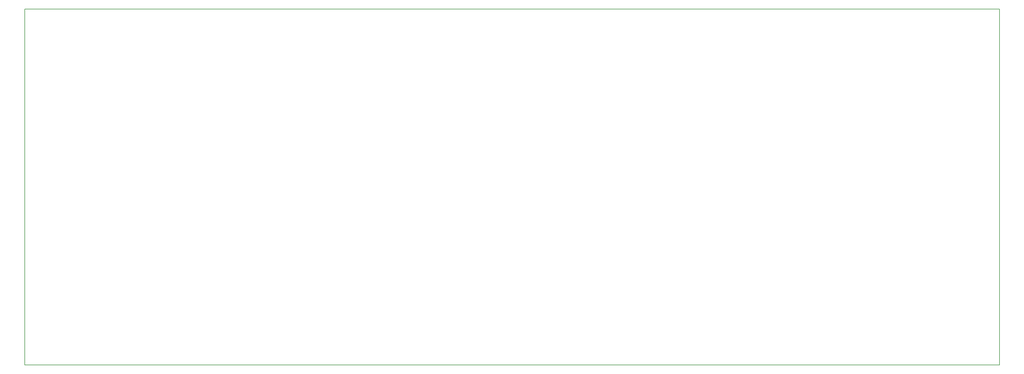
<source format=gm1>
G04 #@! TF.GenerationSoftware,KiCad,Pcbnew,5.0.1*
G04 #@! TF.CreationDate,2019-03-20T17:54:50+01:00*
G04 #@! TF.ProjectId,sofaboard,736F6661626F6172642E6B696361645F,rev?*
G04 #@! TF.SameCoordinates,Original*
G04 #@! TF.FileFunction,Profile,NP*
%FSLAX46Y46*%
G04 Gerber Fmt 4.6, Leading zero omitted, Abs format (unit mm)*
G04 Created by KiCad (PCBNEW 5.0.1) date Wed 20 Mar 2019 17:54:50 CET*
%MOMM*%
%LPD*%
G01*
G04 APERTURE LIST*
%ADD10C,0.150000*%
G04 APERTURE END LIST*
D10*
X8390000Y12510000D02*
X8390000Y122090000D01*
X308370000Y12510000D02*
X8390000Y12510000D01*
X308370000Y122100000D02*
X308370000Y12510000D01*
X8400000Y122100000D02*
X308370000Y122100000D01*
M02*

</source>
